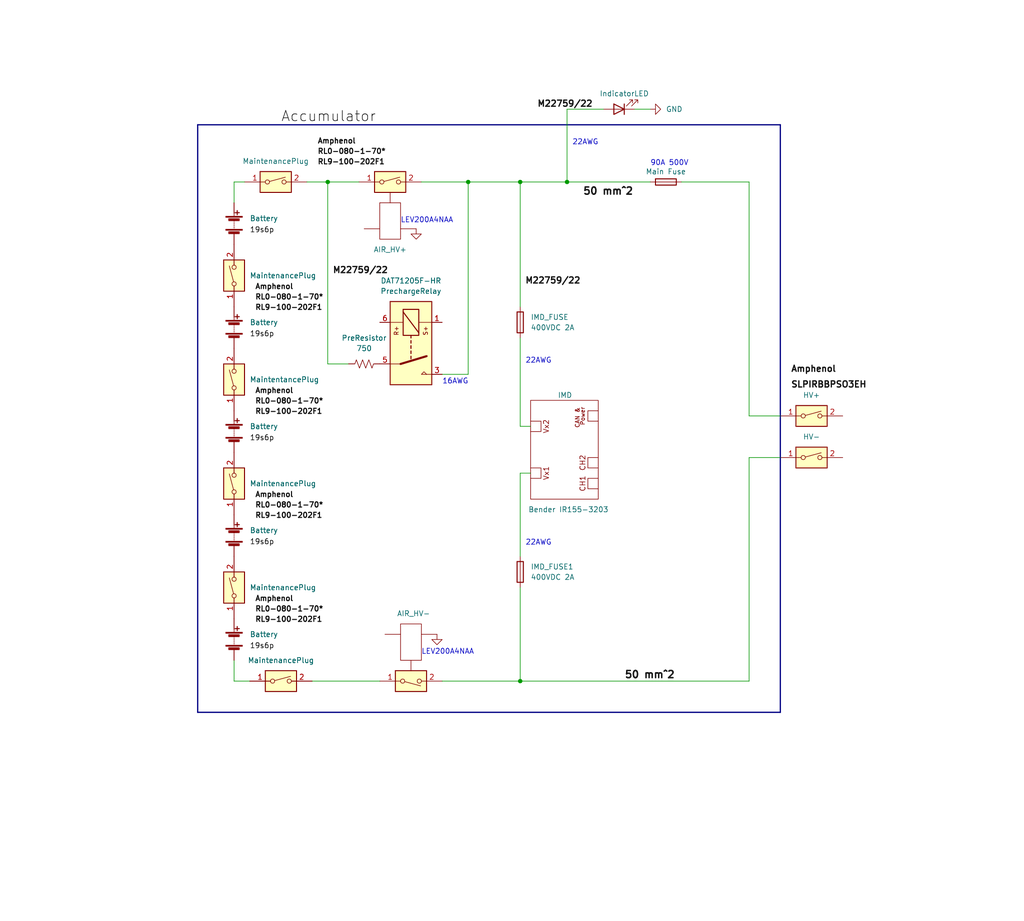
<source format=kicad_sch>
(kicad_sch (version 20230121) (generator eeschema)

  (uuid 61bde6ab-8f48-430e-a1d9-f3e69ab649cc)

  (paper "User" 250.012 224.993)

  (lib_symbols
    (symbol "Device:Battery" (pin_numbers hide) (pin_names (offset 0) hide) (in_bom yes) (on_board yes)
      (property "Reference" "BT" (at 2.54 2.54 0)
        (effects (font (size 1.27 1.27)) (justify left))
      )
      (property "Value" "Battery" (at 2.54 0 0)
        (effects (font (size 1.27 1.27)) (justify left))
      )
      (property "Footprint" "" (at 0 1.524 90)
        (effects (font (size 1.27 1.27)) hide)
      )
      (property "Datasheet" "~" (at 0 1.524 90)
        (effects (font (size 1.27 1.27)) hide)
      )
      (property "ki_keywords" "batt voltage-source cell" (at 0 0 0)
        (effects (font (size 1.27 1.27)) hide)
      )
      (property "ki_description" "Multiple-cell battery" (at 0 0 0)
        (effects (font (size 1.27 1.27)) hide)
      )
      (symbol "Battery_0_1"
        (rectangle (start -2.032 -1.397) (end 2.032 -1.651)
          (stroke (width 0) (type default))
          (fill (type outline))
        )
        (rectangle (start -2.032 1.778) (end 2.032 1.524)
          (stroke (width 0) (type default))
          (fill (type outline))
        )
        (rectangle (start -1.3208 -1.9812) (end 1.27 -2.4892)
          (stroke (width 0) (type default))
          (fill (type outline))
        )
        (rectangle (start -1.3208 1.1938) (end 1.27 0.6858)
          (stroke (width 0) (type default))
          (fill (type outline))
        )
        (polyline
          (pts
            (xy 0 -1.524)
            (xy 0 -1.27)
          )
          (stroke (width 0) (type default))
          (fill (type none))
        )
        (polyline
          (pts
            (xy 0 -1.016)
            (xy 0 -0.762)
          )
          (stroke (width 0) (type default))
          (fill (type none))
        )
        (polyline
          (pts
            (xy 0 -0.508)
            (xy 0 -0.254)
          )
          (stroke (width 0) (type default))
          (fill (type none))
        )
        (polyline
          (pts
            (xy 0 0)
            (xy 0 0.254)
          )
          (stroke (width 0) (type default))
          (fill (type none))
        )
        (polyline
          (pts
            (xy 0 0.508)
            (xy 0 0.762)
          )
          (stroke (width 0) (type default))
          (fill (type none))
        )
        (polyline
          (pts
            (xy 0 1.778)
            (xy 0 2.54)
          )
          (stroke (width 0) (type default))
          (fill (type none))
        )
        (polyline
          (pts
            (xy 0.254 2.667)
            (xy 1.27 2.667)
          )
          (stroke (width 0.254) (type default))
          (fill (type none))
        )
        (polyline
          (pts
            (xy 0.762 3.175)
            (xy 0.762 2.159)
          )
          (stroke (width 0.254) (type default))
          (fill (type none))
        )
      )
      (symbol "Battery_1_1"
        (pin passive line (at 0 5.08 270) (length 2.54)
          (name "+" (effects (font (size 1.27 1.27))))
          (number "1" (effects (font (size 1.27 1.27))))
        )
        (pin passive line (at 0 -5.08 90) (length 2.54)
          (name "-" (effects (font (size 1.27 1.27))))
          (number "2" (effects (font (size 1.27 1.27))))
        )
      )
    )
    (symbol "Device:Fuse" (pin_numbers hide) (pin_names (offset 0)) (in_bom yes) (on_board yes)
      (property "Reference" "F" (at 2.032 0 90)
        (effects (font (size 1.27 1.27)))
      )
      (property "Value" "Fuse" (at -1.905 0 90)
        (effects (font (size 1.27 1.27)))
      )
      (property "Footprint" "" (at -1.778 0 90)
        (effects (font (size 1.27 1.27)) hide)
      )
      (property "Datasheet" "~" (at 0 0 0)
        (effects (font (size 1.27 1.27)) hide)
      )
      (property "ki_keywords" "fuse" (at 0 0 0)
        (effects (font (size 1.27 1.27)) hide)
      )
      (property "ki_description" "Fuse" (at 0 0 0)
        (effects (font (size 1.27 1.27)) hide)
      )
      (property "ki_fp_filters" "*Fuse*" (at 0 0 0)
        (effects (font (size 1.27 1.27)) hide)
      )
      (symbol "Fuse_0_1"
        (rectangle (start -0.762 -2.54) (end 0.762 2.54)
          (stroke (width 0.254) (type default))
          (fill (type none))
        )
        (polyline
          (pts
            (xy 0 2.54)
            (xy 0 -2.54)
          )
          (stroke (width 0) (type default))
          (fill (type none))
        )
      )
      (symbol "Fuse_1_1"
        (pin passive line (at 0 3.81 270) (length 1.27)
          (name "~" (effects (font (size 1.27 1.27))))
          (number "1" (effects (font (size 1.27 1.27))))
        )
        (pin passive line (at 0 -3.81 90) (length 1.27)
          (name "~" (effects (font (size 1.27 1.27))))
          (number "2" (effects (font (size 1.27 1.27))))
        )
      )
    )
    (symbol "Device:LED" (pin_numbers hide) (pin_names (offset 1.016) hide) (in_bom yes) (on_board yes)
      (property "Reference" "D" (at 0 2.54 0)
        (effects (font (size 1.27 1.27)))
      )
      (property "Value" "LED" (at 0 -2.54 0)
        (effects (font (size 1.27 1.27)))
      )
      (property "Footprint" "" (at 0 0 0)
        (effects (font (size 1.27 1.27)) hide)
      )
      (property "Datasheet" "~" (at 0 0 0)
        (effects (font (size 1.27 1.27)) hide)
      )
      (property "ki_keywords" "LED diode" (at 0 0 0)
        (effects (font (size 1.27 1.27)) hide)
      )
      (property "ki_description" "Light emitting diode" (at 0 0 0)
        (effects (font (size 1.27 1.27)) hide)
      )
      (property "ki_fp_filters" "LED* LED_SMD:* LED_THT:*" (at 0 0 0)
        (effects (font (size 1.27 1.27)) hide)
      )
      (symbol "LED_0_1"
        (polyline
          (pts
            (xy -1.27 -1.27)
            (xy -1.27 1.27)
          )
          (stroke (width 0.254) (type default))
          (fill (type none))
        )
        (polyline
          (pts
            (xy -1.27 0)
            (xy 1.27 0)
          )
          (stroke (width 0) (type default))
          (fill (type none))
        )
        (polyline
          (pts
            (xy 1.27 -1.27)
            (xy 1.27 1.27)
            (xy -1.27 0)
            (xy 1.27 -1.27)
          )
          (stroke (width 0.254) (type default))
          (fill (type none))
        )
        (polyline
          (pts
            (xy -3.048 -0.762)
            (xy -4.572 -2.286)
            (xy -3.81 -2.286)
            (xy -4.572 -2.286)
            (xy -4.572 -1.524)
          )
          (stroke (width 0) (type default))
          (fill (type none))
        )
        (polyline
          (pts
            (xy -1.778 -0.762)
            (xy -3.302 -2.286)
            (xy -2.54 -2.286)
            (xy -3.302 -2.286)
            (xy -3.302 -1.524)
          )
          (stroke (width 0) (type default))
          (fill (type none))
        )
      )
      (symbol "LED_1_1"
        (pin passive line (at -3.81 0 0) (length 2.54)
          (name "K" (effects (font (size 1.27 1.27))))
          (number "1" (effects (font (size 1.27 1.27))))
        )
        (pin passive line (at 3.81 0 180) (length 2.54)
          (name "A" (effects (font (size 1.27 1.27))))
          (number "2" (effects (font (size 1.27 1.27))))
        )
      )
    )
    (symbol "Device:R_US" (pin_numbers hide) (pin_names (offset 0)) (in_bom yes) (on_board yes)
      (property "Reference" "R" (at 2.54 0 90)
        (effects (font (size 1.27 1.27)))
      )
      (property "Value" "R_US" (at -2.54 0 90)
        (effects (font (size 1.27 1.27)))
      )
      (property "Footprint" "" (at 1.016 -0.254 90)
        (effects (font (size 1.27 1.27)) hide)
      )
      (property "Datasheet" "~" (at 0 0 0)
        (effects (font (size 1.27 1.27)) hide)
      )
      (property "ki_keywords" "R res resistor" (at 0 0 0)
        (effects (font (size 1.27 1.27)) hide)
      )
      (property "ki_description" "Resistor, US symbol" (at 0 0 0)
        (effects (font (size 1.27 1.27)) hide)
      )
      (property "ki_fp_filters" "R_*" (at 0 0 0)
        (effects (font (size 1.27 1.27)) hide)
      )
      (symbol "R_US_0_1"
        (polyline
          (pts
            (xy 0 -2.286)
            (xy 0 -2.54)
          )
          (stroke (width 0) (type default))
          (fill (type none))
        )
        (polyline
          (pts
            (xy 0 2.286)
            (xy 0 2.54)
          )
          (stroke (width 0) (type default))
          (fill (type none))
        )
        (polyline
          (pts
            (xy 0 -0.762)
            (xy 1.016 -1.143)
            (xy 0 -1.524)
            (xy -1.016 -1.905)
            (xy 0 -2.286)
          )
          (stroke (width 0) (type default))
          (fill (type none))
        )
        (polyline
          (pts
            (xy 0 0.762)
            (xy 1.016 0.381)
            (xy 0 0)
            (xy -1.016 -0.381)
            (xy 0 -0.762)
          )
          (stroke (width 0) (type default))
          (fill (type none))
        )
        (polyline
          (pts
            (xy 0 2.286)
            (xy 1.016 1.905)
            (xy 0 1.524)
            (xy -1.016 1.143)
            (xy 0 0.762)
          )
          (stroke (width 0) (type default))
          (fill (type none))
        )
      )
      (symbol "R_US_1_1"
        (pin passive line (at 0 3.81 270) (length 1.27)
          (name "~" (effects (font (size 1.27 1.27))))
          (number "1" (effects (font (size 1.27 1.27))))
        )
        (pin passive line (at 0 -3.81 90) (length 1.27)
          (name "~" (effects (font (size 1.27 1.27))))
          (number "2" (effects (font (size 1.27 1.27))))
        )
      )
    )
    (symbol "Random:AIR_HV+" (pin_names (offset 0) hide) (in_bom yes) (on_board yes)
      (property "Reference" "SW" (at 0 -17.78 0)
        (effects (font (size 1.27 1.27)) hide)
      )
      (property "Value" "AIR_HV+" (at 0 -15.24 0)
        (effects (font (size 1.27 1.27)))
      )
      (property "Footprint" "" (at 0 0 0)
        (effects (font (size 1.27 1.27)) hide)
      )
      (property "Datasheet" "~" (at 0 0 0)
        (effects (font (size 1.27 1.27)) hide)
      )
      (property "ki_keywords" "dip switch" (at 0 0 0)
        (effects (font (size 1.27 1.27)) hide)
      )
      (property "ki_description" "1x DIP Switch, Single Pole Single Throw (SPST) switch, small symbol" (at 0 0 0)
        (effects (font (size 1.27 1.27)) hide)
      )
      (property "ki_fp_filters" "SW?DIP?x1*" (at 0 0 0)
        (effects (font (size 1.27 1.27)) hide)
      )
      (symbol "AIR_HV+_0_0"
        (circle (center -2.032 0) (radius 0.508)
          (stroke (width 0) (type default))
          (fill (type none))
        )
        (polyline
          (pts
            (xy -1.524 0.127)
            (xy 2.3622 1.1684)
          )
          (stroke (width 0) (type default))
          (fill (type none))
        )
        (circle (center 2.032 0) (radius 0.508)
          (stroke (width 0) (type default))
          (fill (type none))
        )
      )
      (symbol "AIR_HV+_0_1"
        (rectangle (start -3.81 2.54) (end 3.81 -2.54)
          (stroke (width 0.254) (type default))
          (fill (type background))
        )
        (rectangle (start -2.54 -5.08) (end 2.54 -13.97)
          (stroke (width 0) (type default))
          (fill (type none))
        )
        (polyline
          (pts
            (xy -6.35 -11.43)
            (xy -2.54 -11.43)
          )
          (stroke (width 0) (type default))
          (fill (type none))
        )
        (polyline
          (pts
            (xy 0 -5.08)
            (xy 0 -2.54)
          )
          (stroke (width 0) (type default))
          (fill (type none))
        )
        (polyline
          (pts
            (xy 2.54 -11.43)
            (xy 6.35 -11.43)
          )
          (stroke (width 0) (type default))
          (fill (type none))
        )
        (polyline
          (pts
            (xy 6.35 -11.43)
            (xy 6.35 -12.7)
            (xy 5.08 -12.7)
            (xy 6.35 -13.97)
            (xy 7.62 -12.7)
            (xy 6.35 -12.7)
          )
          (stroke (width 0) (type default))
          (fill (type none))
        )
      )
      (symbol "AIR_HV+_1_1"
        (pin passive line (at -7.62 0 0) (length 5.08)
          (name "~" (effects (font (size 1.27 1.27))))
          (number "1" (effects (font (size 1.27 1.27))))
        )
        (pin passive line (at 7.62 0 180) (length 5.08)
          (name "~" (effects (font (size 1.27 1.27))))
          (number "2" (effects (font (size 1.27 1.27))))
        )
      )
    )
    (symbol "Random:AIR_HV-" (pin_names (offset 0) hide) (in_bom yes) (on_board yes)
      (property "Reference" "SW" (at 0 17.78 0)
        (effects (font (size 1.27 1.27)) hide)
      )
      (property "Value" "AIR_HV-" (at 0 15.24 0)
        (effects (font (size 1.27 1.27)))
      )
      (property "Footprint" "" (at 0 0 0)
        (effects (font (size 1.27 1.27)) hide)
      )
      (property "Datasheet" "~" (at 0 0 0)
        (effects (font (size 1.27 1.27)) hide)
      )
      (property "ki_keywords" "dip switch" (at 0 0 0)
        (effects (font (size 1.27 1.27)) hide)
      )
      (property "ki_description" "1x DIP Switch, Single Pole Single Throw (SPST) switch, small symbol" (at 0 0 0)
        (effects (font (size 1.27 1.27)) hide)
      )
      (property "ki_fp_filters" "SW?DIP?x1*" (at 0 0 0)
        (effects (font (size 1.27 1.27)) hide)
      )
      (symbol "AIR_HV-_0_0"
        (circle (center -2.032 0) (radius 0.508)
          (stroke (width 0) (type default))
          (fill (type none))
        )
        (polyline
          (pts
            (xy -1.524 -0.127)
            (xy 2.3622 -1.1684)
          )
          (stroke (width 0) (type default))
          (fill (type none))
        )
        (circle (center 2.032 0) (radius 0.508)
          (stroke (width 0) (type default))
          (fill (type none))
        )
      )
      (symbol "AIR_HV-_0_1"
        (polyline
          (pts
            (xy -2.54 11.43)
            (xy -6.35 11.43)
          )
          (stroke (width 0) (type default))
          (fill (type none))
        )
        (polyline
          (pts
            (xy 0 5.08)
            (xy 0 2.54)
          )
          (stroke (width 0) (type default))
          (fill (type none))
        )
        (polyline
          (pts
            (xy 6.35 11.43)
            (xy 2.54 11.43)
          )
          (stroke (width 0) (type default))
          (fill (type none))
        )
        (polyline
          (pts
            (xy 6.35 11.43)
            (xy 6.35 10.16)
            (xy 7.62 10.16)
            (xy 6.35 8.89)
            (xy 5.08 10.16)
            (xy 6.35 10.16)
          )
          (stroke (width 0) (type default))
          (fill (type none))
        )
        (rectangle (start 2.54 5.08) (end -2.54 13.97)
          (stroke (width 0) (type default))
          (fill (type none))
        )
        (rectangle (start 3.81 2.54) (end -3.81 -2.54)
          (stroke (width 0.254) (type default))
          (fill (type background))
        )
      )
      (symbol "AIR_HV-_1_1"
        (pin passive line (at -7.62 0 0) (length 5.08)
          (name "~" (effects (font (size 1.27 1.27))))
          (number "1" (effects (font (size 1.27 1.27))))
        )
        (pin passive line (at 7.62 0 180) (length 5.08)
          (name "~" (effects (font (size 1.27 1.27))))
          (number "2" (effects (font (size 1.27 1.27))))
        )
      )
    )
    (symbol "Random:SIM101MLQ" (in_bom yes) (on_board yes)
      (property "Reference" "IMD" (at 1.27 13.97 90)
        (effects (font (size 1.27 1.27)) (justify left))
      )
      (property "Value" "SIM101MLQ" (at 1.27 -19.05 90)
        (effects (font (size 1.27 1.27)) (justify left))
      )
      (property "Footprint" "" (at -3.81 -2.54 0)
        (effects (font (size 1.27 1.27)) hide)
      )
      (property "Datasheet" "" (at -3.81 -2.54 0)
        (effects (font (size 1.27 1.27)) hide)
      )
      (symbol "SIM101MLQ_0_0"
        (text "CAN & " (at 8.89 -2.54 0)
          (effects (font (size 1 1)))
        )
        (text "CH1" (at -7.62 -3.81 0)
          (effects (font (size 1.27 1.27)))
        )
        (text "CH2" (at -2.54 -3.81 0)
          (effects (font (size 1.27 1.27)))
        )
        (text "Power" (at 8.89 -3.81 0)
          (effects (font (size 1 1)))
        )
        (text "Vx1" (at -5.08 5.08 0)
          (effects (font (size 1.27 1.27)))
        )
        (text "Vx2" (at 6.35 5.08 0)
          (effects (font (size 1.27 1.27)))
        )
      )
      (symbol "SIM101MLQ_0_1"
        (rectangle (start -11.43 8.89) (end 12.7 -7.62)
          (stroke (width 0) (type default))
          (fill (type none))
        )
        (polyline
          (pts
            (xy -8.89 -7.62)
            (xy -8.89 -5.08)
            (xy -6.35 -5.08)
            (xy -6.35 -7.62)
          )
          (stroke (width 0) (type default))
          (fill (type none))
        )
        (polyline
          (pts
            (xy -6.35 8.89)
            (xy -6.35 6.35)
            (xy -3.81 6.35)
            (xy -3.81 8.89)
          )
          (stroke (width 0) (type default))
          (fill (type none))
        )
        (polyline
          (pts
            (xy -3.81 -7.62)
            (xy -3.81 -5.08)
            (xy -1.27 -5.08)
            (xy -1.27 -7.62)
          )
          (stroke (width 0) (type default))
          (fill (type none))
        )
        (polyline
          (pts
            (xy 5.08 8.89)
            (xy 5.08 6.35)
            (xy 7.62 6.35)
            (xy 7.62 8.89)
          )
          (stroke (width 0) (type default))
          (fill (type none))
        )
        (polyline
          (pts
            (xy 10.16 -7.62)
            (xy 10.16 -5.08)
            (xy 7.62 -5.08)
            (xy 7.62 -7.62)
          )
          (stroke (width 0) (type default))
          (fill (type none))
        )
      )
    )
    (symbol "Relay:ADW11" (in_bom yes) (on_board yes)
      (property "Reference" "K" (at 11.43 3.81 0)
        (effects (font (size 1.27 1.27)))
      )
      (property "Value" "ADW11" (at 13.97 1.27 0)
        (effects (font (size 1.27 1.27)))
      )
      (property "Footprint" "Relay_THT:Relay_1P1T_NO_10x24x18.8mm_Panasonic_ADW11xxxxW_THT" (at 33.655 -1.27 0)
        (effects (font (size 1.27 1.27)) hide)
      )
      (property "Datasheet" "https://www.panasonic-electric-works.com/pew/es/downloads/ds_dw_hl_en.pdf" (at 0 0 0)
        (effects (font (size 1.27 1.27)) hide)
      )
      (property "ki_keywords" "SPST 1P1T" (at 0 0 0)
        (effects (font (size 1.27 1.27)) hide)
      )
      (property "ki_description" "Panasonic, 8A/16A, Small Polarized Latching Power Relays, Single coil, 1 Form A" (at 0 0 0)
        (effects (font (size 1.27 1.27)) hide)
      )
      (property "ki_fp_filters" "Relay*1P1T*NO*Panasonic*ADW11xxxxW*" (at 0 0 0)
        (effects (font (size 1.27 1.27)) hide)
      )
      (symbol "ADW11_1_1"
        (rectangle (start -10.16 5.08) (end 10.16 -5.08)
          (stroke (width 0.254) (type default))
          (fill (type background))
        )
        (rectangle (start -8.255 1.905) (end -1.905 -1.905)
          (stroke (width 0.254) (type default))
          (fill (type none))
        )
        (polyline
          (pts
            (xy -7.62 -1.905)
            (xy -2.54 1.905)
          )
          (stroke (width 0.254) (type default))
          (fill (type none))
        )
        (polyline
          (pts
            (xy -5.08 -5.08)
            (xy -5.08 -1.905)
          )
          (stroke (width 0) (type default))
          (fill (type none))
        )
        (polyline
          (pts
            (xy -5.08 5.08)
            (xy -5.08 1.905)
          )
          (stroke (width 0) (type default))
          (fill (type none))
        )
        (polyline
          (pts
            (xy -1.905 0)
            (xy -1.27 0)
          )
          (stroke (width 0.254) (type default))
          (fill (type none))
        )
        (polyline
          (pts
            (xy -0.635 0)
            (xy 0 0)
          )
          (stroke (width 0.254) (type default))
          (fill (type none))
        )
        (polyline
          (pts
            (xy 0.635 0)
            (xy 1.27 0)
          )
          (stroke (width 0.254) (type default))
          (fill (type none))
        )
        (polyline
          (pts
            (xy 0.635 0)
            (xy 1.27 0)
          )
          (stroke (width 0.254) (type default))
          (fill (type none))
        )
        (polyline
          (pts
            (xy 1.905 0)
            (xy 2.54 0)
          )
          (stroke (width 0.254) (type default))
          (fill (type none))
        )
        (polyline
          (pts
            (xy 3.175 0)
            (xy 3.81 0)
          )
          (stroke (width 0.254) (type default))
          (fill (type none))
        )
        (polyline
          (pts
            (xy 5.08 -2.54)
            (xy 3.175 3.81)
          )
          (stroke (width 0.508) (type default))
          (fill (type none))
        )
        (polyline
          (pts
            (xy 5.08 -2.54)
            (xy 5.08 -5.08)
          )
          (stroke (width 0) (type default))
          (fill (type none))
        )
        (polyline
          (pts
            (xy 7.62 3.81)
            (xy 7.62 5.08)
          )
          (stroke (width 0) (type default))
          (fill (type none))
        )
        (polyline
          (pts
            (xy 7.62 3.81)
            (xy 7.62 2.54)
            (xy 6.985 3.175)
            (xy 7.62 3.81)
          )
          (stroke (width 0) (type default))
          (fill (type none))
        )
        (text "R+" (at -3.048 -3.556 0)
          (effects (font (size 1.016 1.016)))
        )
        (text "S+" (at -3.048 3.556 0)
          (effects (font (size 1.016 1.016)))
        )
        (pin passive line (at -5.08 7.62 270) (length 2.54)
          (name "~" (effects (font (size 1.27 1.27))))
          (number "1" (effects (font (size 1.27 1.27))))
        )
        (pin passive line (at 7.62 7.62 270) (length 2.54)
          (name "~" (effects (font (size 1.27 1.27))))
          (number "3" (effects (font (size 1.27 1.27))))
        )
        (pin passive line (at 5.08 -7.62 90) (length 2.54)
          (name "~" (effects (font (size 1.27 1.27))))
          (number "5" (effects (font (size 1.27 1.27))))
        )
        (pin passive line (at -5.08 -7.62 90) (length 2.54)
          (name "~" (effects (font (size 1.27 1.27))))
          (number "6" (effects (font (size 1.27 1.27))))
        )
      )
    )
    (symbol "Switch:SW_DIP_x01" (pin_names (offset 0) hide) (in_bom yes) (on_board yes)
      (property "Reference" "SW" (at 0 3.81 0)
        (effects (font (size 1.27 1.27)))
      )
      (property "Value" "SW_DIP_x01" (at 0 -3.81 0)
        (effects (font (size 1.27 1.27)))
      )
      (property "Footprint" "" (at 0 0 0)
        (effects (font (size 1.27 1.27)) hide)
      )
      (property "Datasheet" "~" (at 0 0 0)
        (effects (font (size 1.27 1.27)) hide)
      )
      (property "ki_keywords" "dip switch" (at 0 0 0)
        (effects (font (size 1.27 1.27)) hide)
      )
      (property "ki_description" "1x DIP Switch, Single Pole Single Throw (SPST) switch, small symbol" (at 0 0 0)
        (effects (font (size 1.27 1.27)) hide)
      )
      (property "ki_fp_filters" "SW?DIP?x1*" (at 0 0 0)
        (effects (font (size 1.27 1.27)) hide)
      )
      (symbol "SW_DIP_x01_0_0"
        (circle (center -2.032 0) (radius 0.508)
          (stroke (width 0) (type default))
          (fill (type none))
        )
        (polyline
          (pts
            (xy -1.524 0.127)
            (xy 2.3622 1.1684)
          )
          (stroke (width 0) (type default))
          (fill (type none))
        )
        (circle (center 2.032 0) (radius 0.508)
          (stroke (width 0) (type default))
          (fill (type none))
        )
      )
      (symbol "SW_DIP_x01_0_1"
        (rectangle (start -3.81 2.54) (end 3.81 -2.54)
          (stroke (width 0.254) (type default))
          (fill (type background))
        )
      )
      (symbol "SW_DIP_x01_1_1"
        (pin passive line (at -7.62 0 0) (length 5.08)
          (name "~" (effects (font (size 1.27 1.27))))
          (number "1" (effects (font (size 1.27 1.27))))
        )
        (pin passive line (at 7.62 0 180) (length 5.08)
          (name "~" (effects (font (size 1.27 1.27))))
          (number "2" (effects (font (size 1.27 1.27))))
        )
      )
    )
    (symbol "power:GND" (power) (pin_names (offset 0)) (in_bom yes) (on_board yes)
      (property "Reference" "#PWR" (at 0 -6.35 0)
        (effects (font (size 1.27 1.27)) hide)
      )
      (property "Value" "GND" (at 0 -3.81 0)
        (effects (font (size 1.27 1.27)))
      )
      (property "Footprint" "" (at 0 0 0)
        (effects (font (size 1.27 1.27)) hide)
      )
      (property "Datasheet" "" (at 0 0 0)
        (effects (font (size 1.27 1.27)) hide)
      )
      (property "ki_keywords" "power-flag" (at 0 0 0)
        (effects (font (size 1.27 1.27)) hide)
      )
      (property "ki_description" "Power symbol creates a global label with name \"GND\" , ground" (at 0 0 0)
        (effects (font (size 1.27 1.27)) hide)
      )
      (symbol "GND_0_1"
        (polyline
          (pts
            (xy 0 0)
            (xy 0 -1.27)
            (xy 1.27 -1.27)
            (xy 0 -2.54)
            (xy -1.27 -1.27)
            (xy 0 -1.27)
          )
          (stroke (width 0) (type default))
          (fill (type none))
        )
      )
      (symbol "GND_1_1"
        (pin power_in line (at 0 0 270) (length 0) hide
          (name "GND" (effects (font (size 1.27 1.27))))
          (number "1" (effects (font (size 1.27 1.27))))
        )
      )
    )
  )

  (junction (at 127 44.45) (diameter 0) (color 0 0 0 0)
    (uuid 0b2eac8d-9124-4d6c-8774-430d86582cb8)
  )
  (junction (at 114.3 44.45) (diameter 0) (color 0 0 0 0)
    (uuid 30f91a76-81fa-4f63-a968-53f21267174d)
  )
  (junction (at 138.43 44.45) (diameter 0) (color 0 0 0 0)
    (uuid 450eeb39-c6b9-4aef-9449-8f845db1654b)
  )
  (junction (at 80.01 44.45) (diameter 0) (color 0 0 0 0)
    (uuid 824b1a47-7307-4535-a4b9-32a3b1627ab3)
  )
  (junction (at 127 166.37) (diameter 0) (color 0 0 0 0)
    (uuid 95e9b26c-d416-45e0-afac-fd83b6e72a1f)
  )

  (wire (pts (xy 138.43 26.67) (xy 138.43 44.45))
    (stroke (width 0) (type default))
    (uuid 03badf31-4eb8-4008-a0d2-362ecbef0560)
  )
  (wire (pts (xy 74.93 44.45) (xy 80.01 44.45))
    (stroke (width 0) (type default))
    (uuid 0b268c50-234d-4635-b793-b6136809b4ec)
  )
  (wire (pts (xy 154.94 26.67) (xy 158.75 26.67))
    (stroke (width 0) (type default))
    (uuid 0e25e584-9da6-44fa-b50f-6d38ed08ba01)
  )
  (bus (pts (xy 190.5 173.99) (xy 48.26 173.99))
    (stroke (width 0) (type default))
    (uuid 0e694d96-adc4-46c8-adb3-ec73fd7f821a)
  )

  (wire (pts (xy 114.3 44.45) (xy 127 44.45))
    (stroke (width 0) (type default))
    (uuid 12ebb350-155d-4500-955d-c28275004161)
  )
  (wire (pts (xy 80.01 88.9) (xy 85.09 88.9))
    (stroke (width 0) (type default))
    (uuid 2a249bfa-7353-43f5-b4d9-21b1d0175841)
  )
  (wire (pts (xy 127 44.45) (xy 127 74.93))
    (stroke (width 0) (type default))
    (uuid 2dceea45-3628-40e6-aa1c-2df26ac1a011)
  )
  (wire (pts (xy 57.15 44.45) (xy 59.69 44.45))
    (stroke (width 0) (type default))
    (uuid 38240002-e151-488b-b85f-3afb1826acd8)
  )
  (wire (pts (xy 57.15 161.29) (xy 57.15 166.37))
    (stroke (width 0) (type default))
    (uuid 39b128e3-ffa0-46dc-b87c-8ae7371b7bfc)
  )
  (wire (pts (xy 127 115.57) (xy 129.54 115.57))
    (stroke (width 0) (type default))
    (uuid 3c99b971-a21e-4a1d-8a6e-a68f844fae65)
  )
  (wire (pts (xy 127 143.51) (xy 127 166.37))
    (stroke (width 0) (type default))
    (uuid 4cebda3d-16bd-4847-84cf-525e462cd9e8)
  )
  (wire (pts (xy 166.37 44.45) (xy 182.88 44.45))
    (stroke (width 0) (type default))
    (uuid 4d9667a8-2105-40dd-9f6e-a422a63e7f63)
  )
  (wire (pts (xy 127 115.57) (xy 127 135.89))
    (stroke (width 0) (type default))
    (uuid 50564ad1-50fa-4c58-a2ee-878d28407a4c)
  )
  (wire (pts (xy 182.88 44.45) (xy 182.88 101.6))
    (stroke (width 0) (type default))
    (uuid 5198cb83-f059-4f40-a6e6-12159007f8df)
  )
  (wire (pts (xy 80.01 44.45) (xy 80.01 88.9))
    (stroke (width 0) (type default))
    (uuid 595cceb8-f952-49c3-8502-83b69b6ba3e5)
  )
  (wire (pts (xy 138.43 26.67) (xy 147.32 26.67))
    (stroke (width 0) (type default))
    (uuid 5d42a04c-2c61-426d-a785-9b4197ae2a86)
  )
  (wire (pts (xy 80.01 44.45) (xy 87.63 44.45))
    (stroke (width 0) (type default))
    (uuid 73535b90-40c0-485e-9879-331955c3e1e9)
  )
  (wire (pts (xy 182.88 111.76) (xy 190.5 111.76))
    (stroke (width 0) (type default))
    (uuid 73668448-94f9-41af-8a8b-c98d4c2a1f01)
  )
  (wire (pts (xy 107.95 91.44) (xy 114.3 91.44))
    (stroke (width 0) (type default))
    (uuid 7453c4f8-2f7e-40d1-9935-396a73efa8a2)
  )
  (wire (pts (xy 57.15 49.53) (xy 57.15 44.45))
    (stroke (width 0) (type default))
    (uuid 813d4304-3386-44a1-83f0-382cc135eb0b)
  )
  (wire (pts (xy 76.2 166.37) (xy 92.71 166.37))
    (stroke (width 0) (type default))
    (uuid 93298444-e37c-4693-9883-1f65bf0d54c6)
  )
  (wire (pts (xy 127 104.14) (xy 129.54 104.14))
    (stroke (width 0) (type default))
    (uuid 94938d98-8e02-4b7a-a872-646bfeecb882)
  )
  (wire (pts (xy 57.15 166.37) (xy 60.96 166.37))
    (stroke (width 0) (type default))
    (uuid a705c6ef-eb47-4f3f-9990-2dc676f49519)
  )
  (wire (pts (xy 127 82.55) (xy 127 104.14))
    (stroke (width 0) (type default))
    (uuid aa307687-c566-4488-baac-2ebba472703c)
  )
  (wire (pts (xy 182.88 111.76) (xy 182.88 166.37))
    (stroke (width 0) (type default))
    (uuid ab8f57cf-187c-43d3-aa48-5636045c1183)
  )
  (bus (pts (xy 48.26 173.99) (xy 48.26 30.48))
    (stroke (width 0) (type default))
    (uuid af828c16-87ab-4cb8-ab1b-311e5a1c5f67)
  )
  (bus (pts (xy 190.5 30.48) (xy 190.5 173.99))
    (stroke (width 0) (type default))
    (uuid b06d1580-f553-4944-a26f-4e3ac3386103)
  )

  (wire (pts (xy 138.43 44.45) (xy 158.75 44.45))
    (stroke (width 0) (type default))
    (uuid b1f9fd52-3dc4-4352-88f2-7442bc2123eb)
  )
  (wire (pts (xy 127 166.37) (xy 182.88 166.37))
    (stroke (width 0) (type default))
    (uuid b2bddf26-180f-4664-a86a-5751b05781e4)
  )
  (wire (pts (xy 114.3 44.45) (xy 114.3 91.44))
    (stroke (width 0) (type default))
    (uuid c41c8685-480b-4031-863c-f7df4dc05cf4)
  )
  (wire (pts (xy 127 44.45) (xy 138.43 44.45))
    (stroke (width 0) (type default))
    (uuid c5927c29-5181-49d2-b0ef-f7b2a60631d6)
  )
  (wire (pts (xy 107.95 166.37) (xy 127 166.37))
    (stroke (width 0) (type default))
    (uuid c60c9727-070b-4b41-a0fe-a5d64e0df397)
  )
  (wire (pts (xy 182.88 101.6) (xy 190.5 101.6))
    (stroke (width 0) (type default))
    (uuid cf8ea2dd-1f44-433f-85c7-3c688bdc3199)
  )
  (wire (pts (xy 102.87 44.45) (xy 114.3 44.45))
    (stroke (width 0) (type default))
    (uuid d0e0cb2d-aec5-4cda-81fe-3015ef4df430)
  )
  (bus (pts (xy 48.26 30.48) (xy 190.5 30.48))
    (stroke (width 0) (type default))
    (uuid f5829485-7dfe-467b-8f93-c6964969609f)
  )

  (text "16AWG\n" (at 107.95 93.98 0)
    (effects (font (size 1.27 1.27)) (justify left bottom))
    (uuid 070d64fe-ab93-42ca-b0dd-9f17d63c43cd)
  )
  (text "90A 500V" (at 158.75 40.64 0)
    (effects (font (size 1.27 1.27)) (justify left bottom))
    (uuid 4c203677-471d-418e-903f-faad09354d97)
  )
  (text "22AWG" (at 128.27 133.35 0)
    (effects (font (size 1.27 1.27)) (justify left bottom))
    (uuid 537b487c-b672-4ba7-82b1-d876bb1da03c)
  )
  (text "22AWG" (at 128.27 88.9 0)
    (effects (font (size 1.27 1.27)) (justify left bottom))
    (uuid 5de172c4-23f3-4298-b3a5-5d067ba0143e)
  )
  (text "LEV200A4NAA" (at 102.87 160.02 0)
    (effects (font (size 1.27 1.27)) (justify left bottom))
    (uuid 6b90ca29-0e3b-472a-b3a9-432487528317)
  )
  (text "22AWG" (at 139.7 35.56 0)
    (effects (font (size 1.27 1.27)) (justify left bottom))
    (uuid 78a78473-56f2-46ee-889b-a1f81993d627)
  )
  (text "LEV200A4NAA" (at 97.79 54.61 0)
    (effects (font (size 1.27 1.27)) (justify left bottom))
    (uuid b6861680-14b0-4c16-a345-c355c7fe5c64)
  )

  (label "RL0-080-1-70*" (at 62.23 73.66 0) (fields_autoplaced)
    (effects (font (size 1.27 1.27) bold) (justify left bottom))
    (uuid 04238bff-b100-48e6-82af-534b8a0d4ab8)
  )
  (label " M22759{slash}22" (at 144.78 26.67 180) (fields_autoplaced)
    (effects (font (size 1.5 1.5) (thickness 0.3) bold) (justify right bottom))
    (uuid 086b2c36-2293-48be-9334-1605539dc288)
  )
  (label "Amphenol" (at 62.23 121.92 0) (fields_autoplaced)
    (effects (font (size 1.27 1.27) bold) (justify left bottom))
    (uuid 140d7777-f54e-498d-b666-5fc1881c2b3c)
  )
  (label "Accumulator" (at 68.58 30.48 0) (fields_autoplaced)
    (effects (font (size 2.5 2.5)) (justify left bottom))
    (uuid 216b0fe5-e6f4-4b8d-8cb4-eece7699a357)
  )
  (label "Amphenol" (at 62.23 71.12 0) (fields_autoplaced)
    (effects (font (size 1.27 1.27) bold) (justify left bottom))
    (uuid 2b38cc9b-a9c4-4f54-9eb9-0ee41144dcd2)
  )
  (label "RL9-100-202F1" (at 77.47 40.64 0) (fields_autoplaced)
    (effects (font (size 1.27 1.27) bold) (justify left bottom))
    (uuid 3141338f-c5b0-464f-adc6-0dc287936160)
  )
  (label "Amphenol" (at 193.04 91.44 0) (fields_autoplaced)
    (effects (font (size 1.5 1.5) bold) (justify left bottom))
    (uuid 343b4464-1d26-4780-801b-a603009178d5)
  )
  (label " M22759{slash}22" (at 127 69.85 0) (fields_autoplaced)
    (effects (font (size 1.5 1.5) (thickness 0.3) bold) (justify left bottom))
    (uuid 3dffbfb9-b875-432c-be50-98252c502249)
  )
  (label "19s6p" (at 60.96 107.95 0) (fields_autoplaced)
    (effects (font (size 1.27 1.27)) (justify left bottom))
    (uuid 447a92a7-f886-47c5-b28a-358090799d36)
  )
  (label "RL9-100-202F1" (at 62.23 101.6 0) (fields_autoplaced)
    (effects (font (size 1.27 1.27) bold) (justify left bottom))
    (uuid 45d89471-309e-4c8d-897f-d56b1bf0da40)
  )
  (label "Amphenol" (at 62.23 147.32 0) (fields_autoplaced)
    (effects (font (size 1.27 1.27) bold) (justify left bottom))
    (uuid 4de0c84f-acbf-47df-8b41-78f6139ca758)
  )
  (label "19s6p" (at 60.96 82.55 0) (fields_autoplaced)
    (effects (font (size 1.27 1.27)) (justify left bottom))
    (uuid 57ecd25c-36e8-4b96-b03c-f175f36bc690)
  )
  (label "19s6p" (at 60.96 133.35 0) (fields_autoplaced)
    (effects (font (size 1.27 1.27)) (justify left bottom))
    (uuid 5dcce244-3355-498f-aa70-1e485f76c0cd)
  )
  (label "50 mm^2" (at 152.4 166.37 0) (fields_autoplaced)
    (effects (font (size 1.75 1.75) bold) (justify left bottom))
    (uuid 62ea166f-80cd-471f-8d09-a426b11ace02)
  )
  (label "RL9-100-202F1" (at 62.23 152.4 0) (fields_autoplaced)
    (effects (font (size 1.27 1.27) bold) (justify left bottom))
    (uuid 66c28660-615e-4ed8-9f97-53081c163c76)
  )
  (label "19s6p" (at 60.96 57.15 0) (fields_autoplaced)
    (effects (font (size 1.27 1.27)) (justify left bottom))
    (uuid 9330f19a-89cb-4284-b541-235f6a015376)
  )
  (label "RL0-080-1-70*" (at 77.47 38.1 0) (fields_autoplaced)
    (effects (font (size 1.27 1.27) bold) (justify left bottom))
    (uuid 99ec696f-4a1d-4a97-86df-b9ccf6d7679a)
  )
  (label "50 mm^2" (at 142.24 48.26 0) (fields_autoplaced)
    (effects (font (size 1.75 1.75) bold) (justify left bottom))
    (uuid a0716d9f-594e-4804-bfc0-dd646513b899)
  )
  (label "SLPIRBBPSO3EH" (at 193.04 95.25 0) (fields_autoplaced)
    (effects (font (size 1.5 1.5) bold) (justify left bottom))
    (uuid ac3800a5-7126-41bd-8bca-c07f46fd94ce)
  )
  (label "RL0-080-1-70*" (at 62.23 149.86 0) (fields_autoplaced)
    (effects (font (size 1.27 1.27) bold) (justify left bottom))
    (uuid b7374b91-8b4f-4697-8df9-c4bd56660e10)
  )
  (label "RL9-100-202F1" (at 62.23 127 0) (fields_autoplaced)
    (effects (font (size 1.27 1.27) bold) (justify left bottom))
    (uuid c161bb0f-96ef-46ec-b9ce-b9ee608136cd)
  )
  (label "RL9-100-202F1" (at 62.23 76.2 0) (fields_autoplaced)
    (effects (font (size 1.27 1.27) bold) (justify left bottom))
    (uuid d3fb4064-3c4a-41fa-b1f2-9a9d6291a9b6)
  )
  (label "Amphenol" (at 77.47 35.56 0) (fields_autoplaced)
    (effects (font (size 1.27 1.27) bold) (justify left bottom))
    (uuid df49aa0f-3cc5-4c22-956c-8707202e7683)
  )
  (label "RL0-080-1-70*" (at 62.23 124.46 0) (fields_autoplaced)
    (effects (font (size 1.27 1.27) bold) (justify left bottom))
    (uuid e5ab17f0-dac2-4610-8334-2863ac3f1caf)
  )
  (label "RL0-080-1-70*" (at 62.23 99.06 0) (fields_autoplaced)
    (effects (font (size 1.27 1.27) bold) (justify left bottom))
    (uuid f3fa97d9-7dc4-4cb2-9b84-dc3a9a411d67)
  )
  (label "19s6p" (at 60.96 158.75 0) (fields_autoplaced)
    (effects (font (size 1.27 1.27)) (justify left bottom))
    (uuid f6a6af73-417f-436f-85a6-dbcb0a56050c)
  )
  (label " M22759{slash}22" (at 80.01 67.31 0) (fields_autoplaced)
    (effects (font (size 1.5 1.5) (thickness 0.3) bold) (justify left bottom))
    (uuid fb713b9c-0e8e-4040-9286-49514bcf57d4)
  )
  (label "Amphenol" (at 62.23 96.52 0) (fields_autoplaced)
    (effects (font (size 1.27 1.27) bold) (justify left bottom))
    (uuid fd3966fc-0e82-4ef9-aa9c-7061bcda13da)
  )

  (symbol (lib_id "Device:Fuse") (at 127 78.74 0) (unit 1)
    (in_bom yes) (on_board yes) (dnp no) (fields_autoplaced)
    (uuid 03cb6cc3-94cd-4173-8cc3-8fc272119984)
    (property "Reference" "IMD_FUSE" (at 129.54 77.47 0)
      (effects (font (size 1.27 1.27)) (justify left))
    )
    (property "Value" "400VDC 2A" (at 129.54 80.01 0)
      (effects (font (size 1.27 1.27)) (justify left))
    )
    (property "Footprint" "" (at 125.222 78.74 90)
      (effects (font (size 1.27 1.27)) hide)
    )
    (property "Datasheet" "~" (at 127 78.74 0)
      (effects (font (size 1.27 1.27)) hide)
    )
    (pin "1" (uuid 5c717991-5be0-4c9e-8f87-036b12c34a68))
    (pin "2" (uuid d1b2e613-bb58-4000-ba06-d94c833804b3))
    (instances
      (project "RM27_Accu_TS_Schematic"
        (path "/61bde6ab-8f48-430e-a1d9-f3e69ab649cc"
          (reference "IMD_FUSE") (unit 1)
        )
      )
    )
  )

  (symbol (lib_id "Device:LED") (at 151.13 26.67 180) (unit 1)
    (in_bom yes) (on_board yes) (dnp no)
    (uuid 147e6c73-b618-4752-86e1-d05d7c7704f2)
    (property "Reference" "IndicatorLED" (at 152.4 22.86 0)
      (effects (font (size 1.27 1.27)))
    )
    (property "Value" "LED" (at 152.7175 21.59 0)
      (effects (font (size 1.27 1.27)) hide)
    )
    (property "Footprint" "" (at 151.13 26.67 0)
      (effects (font (size 1.27 1.27)) hide)
    )
    (property "Datasheet" "~" (at 151.13 26.67 0)
      (effects (font (size 1.27 1.27)) hide)
    )
    (pin "1" (uuid cd93b1f3-7293-4aff-a0cd-a12d78575e34))
    (pin "2" (uuid 7e3ebb0e-6bd9-4088-ac18-3932a2095ff0))
    (instances
      (project "RM27_Accu_TS_Schematic"
        (path "/61bde6ab-8f48-430e-a1d9-f3e69ab649cc"
          (reference "IndicatorLED") (unit 1)
        )
      )
    )
  )

  (symbol (lib_id "Device:Battery") (at 57.15 80.01 0) (unit 1)
    (in_bom yes) (on_board yes) (dnp no)
    (uuid 2dfba1ca-ffa1-4e86-822c-0fd4534719a7)
    (property "Reference" "BT?" (at 60.96 78.3589 0)
      (effects (font (size 1.27 1.27)) (justify left) hide)
    )
    (property "Value" "Battery" (at 60.96 78.74 0)
      (effects (font (size 1.27 1.27)) (justify left))
    )
    (property "Footprint" "" (at 57.15 78.486 90)
      (effects (font (size 1.27 1.27)) hide)
    )
    (property "Datasheet" "~" (at 57.15 78.486 90)
      (effects (font (size 1.27 1.27)) hide)
    )
    (pin "1" (uuid c5cb4d43-f27e-4c61-8f30-a292ad08df7d))
    (pin "2" (uuid c3eae560-4bee-44a4-a430-38eb7d9d9095))
    (instances
      (project "RM27_Accu_TS_Schematic"
        (path "/61bde6ab-8f48-430e-a1d9-f3e69ab649cc"
          (reference "BT?") (unit 1)
        )
      )
    )
  )

  (symbol (lib_id "Switch:SW_DIP_x01") (at 68.58 166.37 0) (unit 1)
    (in_bom yes) (on_board yes) (dnp no) (fields_autoplaced)
    (uuid 529a6e95-b615-4149-8ddf-2fd4cb4d1502)
    (property "Reference" "SW?" (at 69.8501 170.18 90)
      (effects (font (size 1.27 1.27)) (justify right) hide)
    )
    (property "Value" "MaintenancePlug" (at 68.58 161.29 0)
      (effects (font (size 1.27 1.27)))
    )
    (property "Footprint" "" (at 68.58 166.37 0)
      (effects (font (size 1.27 1.27)) hide)
    )
    (property "Datasheet" "~" (at 68.58 166.37 0)
      (effects (font (size 1.27 1.27)) hide)
    )
    (pin "1" (uuid df6269b1-e7d8-4010-869c-4714bef4c241))
    (pin "2" (uuid 60b8110b-ccaa-4387-93ba-62efcdcd672b))
    (instances
      (project "RM27_Accu_TS_Schematic"
        (path "/61bde6ab-8f48-430e-a1d9-f3e69ab649cc"
          (reference "SW?") (unit 1)
        )
      )
    )
  )

  (symbol (lib_id "Device:Battery") (at 57.15 156.21 0) (unit 1)
    (in_bom yes) (on_board yes) (dnp no)
    (uuid 77645f39-5aa7-4c3f-a900-cf2398feb952)
    (property "Reference" "BT?" (at 60.96 154.5589 0)
      (effects (font (size 1.27 1.27)) (justify left) hide)
    )
    (property "Value" "Battery" (at 60.96 154.94 0)
      (effects (font (size 1.27 1.27)) (justify left))
    )
    (property "Footprint" "" (at 57.15 154.686 90)
      (effects (font (size 1.27 1.27)) hide)
    )
    (property "Datasheet" "~" (at 57.15 154.686 90)
      (effects (font (size 1.27 1.27)) hide)
    )
    (pin "1" (uuid 7f248393-19c9-4d8a-afad-f9a5b5c07d7b))
    (pin "2" (uuid dd2f8182-c125-4483-b33f-572c0779ba5c))
    (instances
      (project "RM27_Accu_TS_Schematic"
        (path "/61bde6ab-8f48-430e-a1d9-f3e69ab649cc"
          (reference "BT?") (unit 1)
        )
      )
    )
  )

  (symbol (lib_id "Device:Battery") (at 57.15 105.41 0) (unit 1)
    (in_bom yes) (on_board yes) (dnp no)
    (uuid 7aee413e-a834-46a9-ae0a-b32a702d08d1)
    (property "Reference" "BT?" (at 60.96 103.7589 0)
      (effects (font (size 1.27 1.27)) (justify left) hide)
    )
    (property "Value" "Battery" (at 60.96 104.14 0)
      (effects (font (size 1.27 1.27)) (justify left))
    )
    (property "Footprint" "" (at 57.15 103.886 90)
      (effects (font (size 1.27 1.27)) hide)
    )
    (property "Datasheet" "~" (at 57.15 103.886 90)
      (effects (font (size 1.27 1.27)) hide)
    )
    (pin "1" (uuid 9e15ce68-6b1d-4cae-9b84-4ed726c80ab1))
    (pin "2" (uuid bbda2c81-4a52-40ce-9e5a-cb3a1f3751d8))
    (instances
      (project "RM27_Accu_TS_Schematic"
        (path "/61bde6ab-8f48-430e-a1d9-f3e69ab649cc"
          (reference "BT?") (unit 1)
        )
      )
    )
  )

  (symbol (lib_id "Random:AIR_HV-") (at 100.33 166.37 0) (unit 1)
    (in_bom yes) (on_board yes) (dnp no) (fields_autoplaced)
    (uuid 7b182408-7357-440e-a9d8-f839fe6f4179)
    (property "Reference" "SW?" (at 100.33 148.59 0)
      (effects (font (size 1.27 1.27)) hide)
    )
    (property "Value" "AIR_HV-" (at 100.965 149.86 0)
      (effects (font (size 1.27 1.27)))
    )
    (property "Footprint" "" (at 100.33 166.37 0)
      (effects (font (size 1.27 1.27)) hide)
    )
    (property "Datasheet" "~" (at 100.33 166.37 0)
      (effects (font (size 1.27 1.27)) hide)
    )
    (pin "1" (uuid 9ca31532-4f7a-4da8-8ccb-f5f8b16e8064))
    (pin "2" (uuid 9a6095c8-83c9-49a7-b0f4-4428894f1dd3))
    (instances
      (project "RM27_Accu_TS_Schematic"
        (path "/61bde6ab-8f48-430e-a1d9-f3e69ab649cc"
          (reference "SW?") (unit 1)
        )
      )
    )
  )

  (symbol (lib_id "Random:SIM101MLQ") (at 138.43 110.49 90) (unit 1)
    (in_bom yes) (on_board yes) (dnp no)
    (uuid 7bbe3096-0ce6-4f00-ae8a-68964a24930d)
    (property "Reference" "IMD" (at 139.7 96.52 90)
      (effects (font (size 1.27 1.27)) (justify left))
    )
    (property "Value" "Bender IR155-3203" (at 148.59 124.46 90)
      (effects (font (size 1.27 1.27)) (justify left))
    )
    (property "Footprint" "" (at 140.97 114.3 0)
      (effects (font (size 1.27 1.27)) hide)
    )
    (property "Datasheet" "" (at 140.97 114.3 0)
      (effects (font (size 1.27 1.27)) hide)
    )
    (instances
      (project "RM27_Accu_TS_Schematic"
        (path "/61bde6ab-8f48-430e-a1d9-f3e69ab649cc"
          (reference "IMD") (unit 1)
        )
      )
    )
  )

  (symbol (lib_id "Switch:SW_DIP_x01") (at 57.15 67.31 90) (unit 1)
    (in_bom yes) (on_board yes) (dnp no)
    (uuid 8696e2c9-8648-4b16-bbc5-3b3808339ae0)
    (property "Reference" "SW?" (at 60.96 66.0399 90)
      (effects (font (size 1.27 1.27)) (justify right) hide)
    )
    (property "Value" "MaintenancePlug" (at 60.96 67.3099 90)
      (effects (font (size 1.27 1.27)) (justify right))
    )
    (property "Footprint" "" (at 57.15 67.31 0)
      (effects (font (size 1.27 1.27)) hide)
    )
    (property "Datasheet" "Amphenol" (at 66.04 69.85 90)
      (effects (font (size 1.27 1.27) bold) hide)
    )
    (pin "1" (uuid b22f0586-e5c0-4808-a1c5-3ddad0fecdb3))
    (pin "2" (uuid 18b77304-bd6d-487c-83d0-11ac8644067b))
    (instances
      (project "RM27_Accu_TS_Schematic"
        (path "/61bde6ab-8f48-430e-a1d9-f3e69ab649cc"
          (reference "SW?") (unit 1)
        )
      )
    )
  )

  (symbol (lib_id "Device:Battery") (at 57.15 54.61 0) (unit 1)
    (in_bom yes) (on_board yes) (dnp no)
    (uuid 934bd10a-58b4-41ec-bcc2-af0326b5b665)
    (property "Reference" "BT?" (at 60.96 52.9589 0)
      (effects (font (size 1.27 1.27)) (justify left) hide)
    )
    (property "Value" "Battery" (at 60.96 53.34 0)
      (effects (font (size 1.27 1.27)) (justify left))
    )
    (property "Footprint" "" (at 57.15 53.086 90)
      (effects (font (size 1.27 1.27)) hide)
    )
    (property "Datasheet" "~" (at 57.15 53.086 90)
      (effects (font (size 1.27 1.27)) hide)
    )
    (pin "1" (uuid cc75a69a-5722-4631-b228-b7880768d611))
    (pin "2" (uuid af4952f0-0a11-4bbe-895e-231eee256ab0))
    (instances
      (project "RM27_Accu_TS_Schematic"
        (path "/61bde6ab-8f48-430e-a1d9-f3e69ab649cc"
          (reference "BT?") (unit 1)
        )
      )
    )
  )

  (symbol (lib_id "Switch:SW_DIP_x01") (at 198.12 101.6 0) (unit 1)
    (in_bom yes) (on_board yes) (dnp no) (fields_autoplaced)
    (uuid 95a43205-cfce-4ea1-bedd-bca63f64b685)
    (property "Reference" "SW1" (at 199.3901 105.41 90)
      (effects (font (size 1.27 1.27)) (justify right) hide)
    )
    (property "Value" "HV+" (at 198.12 96.52 0)
      (effects (font (size 1.27 1.27)))
    )
    (property "Footprint" "" (at 198.12 101.6 0)
      (effects (font (size 1.27 1.27)) hide)
    )
    (property "Datasheet" "~" (at 198.12 101.6 0)
      (effects (font (size 1.27 1.27)) hide)
    )
    (pin "1" (uuid c0788fba-614a-43f5-8406-cca157eb57ef))
    (pin "2" (uuid bd31c032-ea04-4247-bfcf-71e257112378))
    (instances
      (project "RM27_Accu_TS_Schematic"
        (path "/61bde6ab-8f48-430e-a1d9-f3e69ab649cc"
          (reference "SW1") (unit 1)
        )
      )
    )
  )

  (symbol (lib_id "Switch:SW_DIP_x01") (at 57.15 92.71 90) (unit 1)
    (in_bom yes) (on_board yes) (dnp no) (fields_autoplaced)
    (uuid afac724d-138b-46d8-9b18-f2185761be66)
    (property "Reference" "SW?" (at 60.96 91.4399 90)
      (effects (font (size 1.27 1.27)) (justify right) hide)
    )
    (property "Value" "MaintentancePlug" (at 60.96 92.7099 90)
      (effects (font (size 1.27 1.27)) (justify right))
    )
    (property "Footprint" "" (at 57.15 92.71 0)
      (effects (font (size 1.27 1.27)) hide)
    )
    (property "Datasheet" "~" (at 57.15 92.71 0)
      (effects (font (size 1.27 1.27)) hide)
    )
    (pin "1" (uuid 7e7b2496-0376-4fbb-b843-d08e5cac2848))
    (pin "2" (uuid dd27ef6a-3123-4f85-8a38-2c9a15b58ab8))
    (instances
      (project "RM27_Accu_TS_Schematic"
        (path "/61bde6ab-8f48-430e-a1d9-f3e69ab649cc"
          (reference "SW?") (unit 1)
        )
      )
    )
  )

  (symbol (lib_id "Device:Fuse") (at 127 139.7 0) (unit 1)
    (in_bom yes) (on_board yes) (dnp no) (fields_autoplaced)
    (uuid b02cfdc2-9b83-421f-b5b4-ed86e94d20e6)
    (property "Reference" "IMD_FUSE1" (at 129.54 138.43 0)
      (effects (font (size 1.27 1.27)) (justify left))
    )
    (property "Value" "400VDC 2A" (at 129.54 140.97 0)
      (effects (font (size 1.27 1.27)) (justify left))
    )
    (property "Footprint" "" (at 125.222 139.7 90)
      (effects (font (size 1.27 1.27)) hide)
    )
    (property "Datasheet" "~" (at 127 139.7 0)
      (effects (font (size 1.27 1.27)) hide)
    )
    (pin "1" (uuid 5dd3036b-8fcf-491f-af88-541670c3b0d5))
    (pin "2" (uuid 209ce9a1-28bd-4121-836e-7dee926b96e3))
    (instances
      (project "RM27_Accu_TS_Schematic"
        (path "/61bde6ab-8f48-430e-a1d9-f3e69ab649cc"
          (reference "IMD_FUSE1") (unit 1)
        )
      )
    )
  )

  (symbol (lib_id "Device:R_US") (at 88.9 88.9 90) (unit 1)
    (in_bom yes) (on_board yes) (dnp no) (fields_autoplaced)
    (uuid b803f263-5ec7-444e-9247-997894881261)
    (property "Reference" "PreResistor" (at 88.9 82.55 90)
      (effects (font (size 1.27 1.27)))
    )
    (property "Value" "750" (at 88.9 85.09 90)
      (effects (font (size 1.27 1.27)))
    )
    (property "Footprint" "" (at 89.154 87.884 90)
      (effects (font (size 1.27 1.27)) hide)
    )
    (property "Datasheet" "~" (at 88.9 88.9 0)
      (effects (font (size 1.27 1.27)) hide)
    )
    (pin "1" (uuid 2195e094-a5b8-4c23-b565-3d310ea63586))
    (pin "2" (uuid a6dd47ed-57ad-418e-b3b6-776c6cbd39c7))
    (instances
      (project "RM27_Accu_TS_Schematic"
        (path "/61bde6ab-8f48-430e-a1d9-f3e69ab649cc"
          (reference "PreResistor") (unit 1)
        )
      )
    )
  )

  (symbol (lib_id "Switch:SW_DIP_x01") (at 57.15 143.51 90) (unit 1)
    (in_bom yes) (on_board yes) (dnp no) (fields_autoplaced)
    (uuid c728d0b9-454a-4a50-bf51-603a01ae31d6)
    (property "Reference" "SW?" (at 60.96 142.2399 90)
      (effects (font (size 1.27 1.27)) (justify right) hide)
    )
    (property "Value" "MaintenancePlug" (at 60.96 143.5099 90)
      (effects (font (size 1.27 1.27)) (justify right))
    )
    (property "Footprint" "" (at 57.15 143.51 0)
      (effects (font (size 1.27 1.27)) hide)
    )
    (property "Datasheet" "~" (at 57.15 143.51 0)
      (effects (font (size 1.27 1.27)) hide)
    )
    (pin "1" (uuid ba4372c3-fc52-4694-90a1-b16ae9db8c47))
    (pin "2" (uuid ecfa0795-1f4a-4bf6-9036-45850302a65a))
    (instances
      (project "RM27_Accu_TS_Schematic"
        (path "/61bde6ab-8f48-430e-a1d9-f3e69ab649cc"
          (reference "SW?") (unit 1)
        )
      )
    )
  )

  (symbol (lib_id "power:GND") (at 158.75 26.67 90) (unit 1)
    (in_bom yes) (on_board yes) (dnp no) (fields_autoplaced)
    (uuid cd0c7162-f2b5-45a5-93c5-85ad0dcd56d7)
    (property "Reference" "#PWR?" (at 165.1 26.67 0)
      (effects (font (size 1.27 1.27)) hide)
    )
    (property "Value" "GND" (at 162.56 26.6699 90)
      (effects (font (size 1.27 1.27)) (justify right))
    )
    (property "Footprint" "" (at 158.75 26.67 0)
      (effects (font (size 1.27 1.27)) hide)
    )
    (property "Datasheet" "" (at 158.75 26.67 0)
      (effects (font (size 1.27 1.27)) hide)
    )
    (pin "1" (uuid 58a91737-0a77-4f59-87aa-c5b579cde0d3))
    (instances
      (project "RM27_Accu_TS_Schematic"
        (path "/61bde6ab-8f48-430e-a1d9-f3e69ab649cc"
          (reference "#PWR?") (unit 1)
        )
      )
    )
  )

  (symbol (lib_id "Random:AIR_HV+") (at 95.25 44.45 0) (unit 1)
    (in_bom yes) (on_board yes) (dnp no)
    (uuid ce1f4db8-330c-4855-aa74-958e58df057b)
    (property "Reference" "SW?" (at 95.25 62.23 0)
      (effects (font (size 1.27 1.27)) hide)
    )
    (property "Value" "AIR_HV+" (at 95.25 60.96 0)
      (effects (font (size 1.27 1.27)))
    )
    (property "Footprint" "" (at 95.25 44.45 0)
      (effects (font (size 1.27 1.27)) hide)
    )
    (property "Datasheet" "~" (at 95.25 44.45 0)
      (effects (font (size 1.27 1.27)) hide)
    )
    (pin "1" (uuid 91098b77-5917-4cab-ab6f-1bb57de089ab))
    (pin "2" (uuid 241b4a6c-96de-495d-94a7-ad290299d247))
    (instances
      (project "RM27_Accu_TS_Schematic"
        (path "/61bde6ab-8f48-430e-a1d9-f3e69ab649cc"
          (reference "SW?") (unit 1)
        )
      )
    )
  )

  (symbol (lib_id "Device:Fuse") (at 162.56 44.45 90) (unit 1)
    (in_bom yes) (on_board yes) (dnp no)
    (uuid d4b10903-7377-428b-bf37-d6725abcc02c)
    (property "Reference" "F1" (at 162.56 38.1 90)
      (effects (font (size 1.27 1.27)) hide)
    )
    (property "Value" "Main Fuse" (at 162.56 41.91 90)
      (effects (font (size 1.27 1.27)))
    )
    (property "Footprint" "" (at 162.56 46.228 90)
      (effects (font (size 1.27 1.27)) hide)
    )
    (property "Datasheet" "~" (at 162.56 44.45 0)
      (effects (font (size 1.27 1.27)) hide)
    )
    (pin "1" (uuid 3aedfff5-c992-44e8-ba58-8698d4c0531a))
    (pin "2" (uuid 3e53c212-0f38-4ae6-abf5-1b89a5e0f008))
    (instances
      (project "RM27_Accu_TS_Schematic"
        (path "/61bde6ab-8f48-430e-a1d9-f3e69ab649cc"
          (reference "F1") (unit 1)
        )
      )
    )
  )

  (symbol (lib_id "Switch:SW_DIP_x01") (at 67.31 44.45 0) (unit 1)
    (in_bom yes) (on_board yes) (dnp no) (fields_autoplaced)
    (uuid d9f23ac0-275a-45dd-b482-2efa4ec6bc72)
    (property "Reference" "SW?" (at 68.5801 48.26 90)
      (effects (font (size 1.27 1.27)) (justify right) hide)
    )
    (property "Value" "MaintenancePlug" (at 67.31 39.37 0)
      (effects (font (size 1.27 1.27)))
    )
    (property "Footprint" "" (at 67.31 44.45 0)
      (effects (font (size 1.27 1.27)) hide)
    )
    (property "Datasheet" "~" (at 67.31 44.45 0)
      (effects (font (size 1.27 1.27)) hide)
    )
    (pin "1" (uuid 3f2d61c2-2fe3-4c21-bb56-69a71321f10d))
    (pin "2" (uuid a40132b9-760e-4afb-9bcc-b941b83918f6))
    (instances
      (project "RM27_Accu_TS_Schematic"
        (path "/61bde6ab-8f48-430e-a1d9-f3e69ab649cc"
          (reference "SW?") (unit 1)
        )
      )
    )
  )

  (symbol (lib_id "Switch:SW_DIP_x01") (at 57.15 118.11 90) (unit 1)
    (in_bom yes) (on_board yes) (dnp no) (fields_autoplaced)
    (uuid daf35517-39d5-4a87-a68f-7fba79128850)
    (property "Reference" "SW?" (at 60.96 116.8399 90)
      (effects (font (size 1.27 1.27)) (justify right) hide)
    )
    (property "Value" "MaintenancePlug" (at 60.96 118.1099 90)
      (effects (font (size 1.27 1.27)) (justify right))
    )
    (property "Footprint" "" (at 57.15 118.11 0)
      (effects (font (size 1.27 1.27)) hide)
    )
    (property "Datasheet" "~" (at 57.15 118.11 0)
      (effects (font (size 1.27 1.27)) hide)
    )
    (pin "1" (uuid d970d5ba-5d71-4f89-b042-d2ef08e9c54f))
    (pin "2" (uuid b3592a6e-f08c-4d60-8634-1c678c19313a))
    (instances
      (project "RM27_Accu_TS_Schematic"
        (path "/61bde6ab-8f48-430e-a1d9-f3e69ab649cc"
          (reference "SW?") (unit 1)
        )
      )
    )
  )

  (symbol (lib_id "Relay:ADW11") (at 100.33 83.82 270) (unit 1)
    (in_bom yes) (on_board yes) (dnp no) (fields_autoplaced)
    (uuid ec167021-a90a-4181-9d04-99d993a0e7d6)
    (property "Reference" "DAT71205F-HR" (at 100.33 68.58 90)
      (effects (font (size 1.27 1.27)))
    )
    (property "Value" "PrechargeRelay" (at 100.33 71.12 90)
      (effects (font (size 1.27 1.27)))
    )
    (property "Footprint" "Relay_THT:Relay_1P1T_NO_10x24x18.8mm_Panasonic_ADW11xxxxW_THT" (at 99.06 117.475 0)
      (effects (font (size 1.27 1.27)) hide)
    )
    (property "Datasheet" "https://www.panasonic-electric-works.com/pew/es/downloads/ds_dw_hl_en.pdf" (at 100.33 83.82 0)
      (effects (font (size 1.27 1.27)) hide)
    )
    (pin "1" (uuid 3e4c3722-de06-4d6d-ba37-59f2040a118b))
    (pin "3" (uuid f987716a-9f98-44e2-82ae-b66697b0fe03))
    (pin "5" (uuid ae4e0e90-291c-48c8-9c79-c5d61a0aa323))
    (pin "6" (uuid f0563e27-516a-47a4-ba24-6f35f4d61faa))
    (instances
      (project "RM27_Accu_TS_Schematic"
        (path "/61bde6ab-8f48-430e-a1d9-f3e69ab649cc"
          (reference "DAT71205F-HR") (unit 1)
        )
      )
    )
  )

  (symbol (lib_id "Switch:SW_DIP_x01") (at 198.12 111.76 0) (unit 1)
    (in_bom yes) (on_board yes) (dnp no) (fields_autoplaced)
    (uuid f1d1c361-43f6-43b6-ba01-8e813dcc31a9)
    (property "Reference" "SW2" (at 199.3901 115.57 90)
      (effects (font (size 1.27 1.27)) (justify right) hide)
    )
    (property "Value" "HV-" (at 198.12 106.68 0)
      (effects (font (size 1.27 1.27)))
    )
    (property "Footprint" "" (at 198.12 111.76 0)
      (effects (font (size 1.27 1.27)) hide)
    )
    (property "Datasheet" "~" (at 198.12 111.76 0)
      (effects (font (size 1.27 1.27)) hide)
    )
    (pin "1" (uuid 596a783e-b281-4cf4-bacf-d8e0c836a1e5))
    (pin "2" (uuid be4130dd-4a27-4884-a1f8-d1f8275f21fa))
    (instances
      (project "RM27_Accu_TS_Schematic"
        (path "/61bde6ab-8f48-430e-a1d9-f3e69ab649cc"
          (reference "SW2") (unit 1)
        )
      )
    )
  )

  (symbol (lib_id "Device:Battery") (at 57.15 130.81 0) (unit 1)
    (in_bom yes) (on_board yes) (dnp no)
    (uuid f5d0946b-3740-4223-9358-38cce0a1f4eb)
    (property "Reference" "BT?" (at 60.96 129.1589 0)
      (effects (font (size 1.27 1.27)) (justify left) hide)
    )
    (property "Value" "Battery" (at 60.96 129.54 0)
      (effects (font (size 1.27 1.27)) (justify left))
    )
    (property "Footprint" "" (at 57.15 129.286 90)
      (effects (font (size 1.27 1.27)) hide)
    )
    (property "Datasheet" "~" (at 57.15 129.286 90)
      (effects (font (size 1.27 1.27)) hide)
    )
    (pin "1" (uuid 8cd7dc7d-cbde-4d2c-9718-ae5983e42536))
    (pin "2" (uuid 8883b285-b585-4033-bcf4-b1c26bf18bce))
    (instances
      (project "RM27_Accu_TS_Schematic"
        (path "/61bde6ab-8f48-430e-a1d9-f3e69ab649cc"
          (reference "BT?") (unit 1)
        )
      )
    )
  )

  (sheet_instances
    (path "/" (page "1"))
  )
)

</source>
